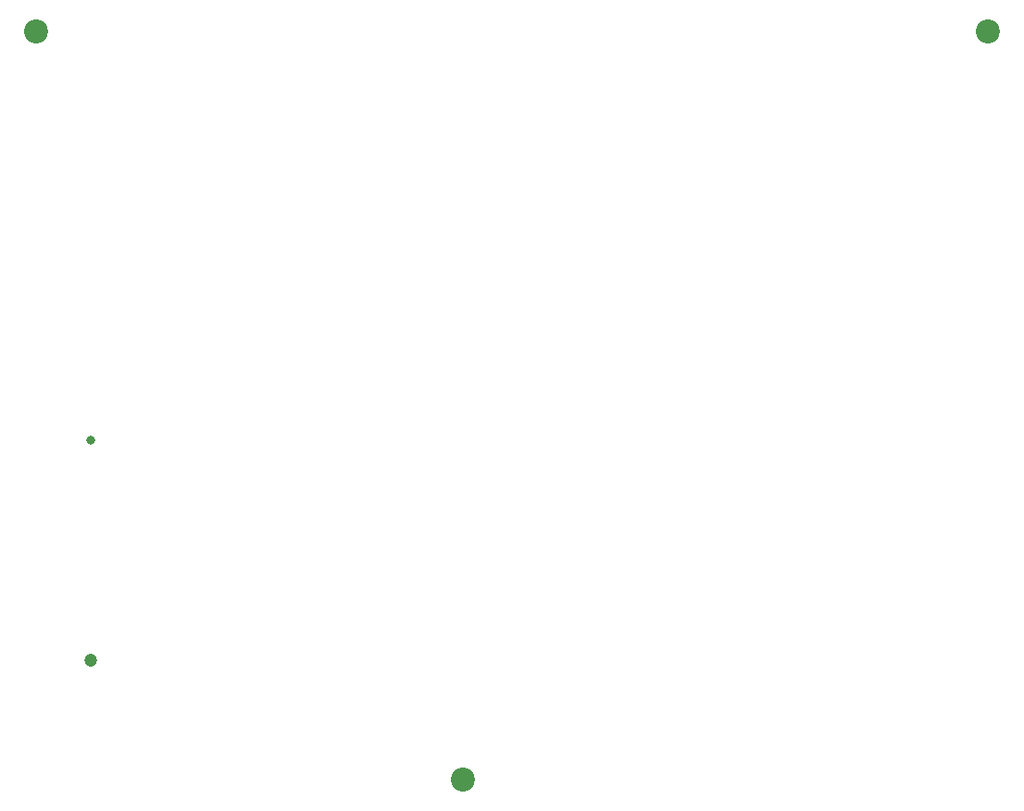
<source format=gbr>
G04 Gerber PCB Fabrication Data in Gerber  Example 2, created by Karel Tavernier, Filip Vermeire and Thomas Weyn*
G04 Ucamco copyright*
%TF.GenerationSoftware,Ucamco,UcamX,1.1.0-1400509*%
%TF.CreationDate,2014-07-14T00:00:00+01:00*%
%FSLAX25Y25*%
%MOMM*%
%TF.FileFunction,NonPlated,1,10,NPTH,Drill*%
%TF.FilePolarity,Positive*%
%TF.Part,Single*%
%TF.SameCoordinates*%
%TA.AperFunction,MechanicalDrill*%
%TA.DrillTolerance,0.05,0.05*%
%ADD10C,0.80000*%
%TD.DrillTolerance*%
%ADD11C,1.20000*%
%ADD12C,2.20000*%
G01*
%LPD*%
D10*
X900000Y3510000D03*
D11*
Y1490000D03*
D12*
X4300000Y400000D03*
X400000Y7250000D03*
X9100000D03*
M02*
</source>
